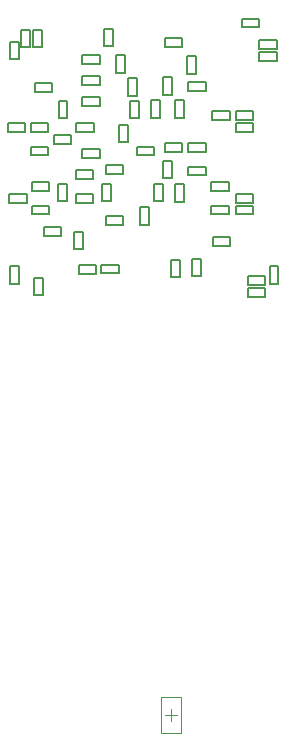
<source format=gbr>
%TF.GenerationSoftware,Altium Limited,Altium Designer,21.5.1 (32)*%
G04 Layer_Color=16711935*
%FSLAX45Y45*%
%MOMM*%
%TF.SameCoordinates,1C786601-62C9-430B-884C-CD9D5B78F05E*%
%TF.FilePolarity,Positive*%
%TF.FileFunction,Other,Bottom_Courtyard*%
%TF.Part,Single*%
G01*
G75*
%TA.AperFunction,NonConductor*%
%ADD75C,0.20000*%
%ADD151C,0.05000*%
D75*
X6077060Y6789668D02*
X6224309D01*
Y6864669D01*
X6077060D02*
X6224309D01*
X6077060Y6789668D02*
Y6864669D01*
X4973777Y8044925D02*
X5121026D01*
X4973777Y7969924D02*
Y8044925D01*
Y7969924D02*
X5121026D01*
Y8044925D01*
X4973777Y8225351D02*
X5121026D01*
X4973777Y8150350D02*
Y8225351D01*
Y8150350D02*
X5121026D01*
Y8225351D01*
X4973777Y7609926D02*
X5121026D01*
X4973777Y7534925D02*
Y7609926D01*
Y7534925D02*
X5121026D01*
Y7609926D01*
X4920951Y7354499D02*
X5068200D01*
Y7429500D01*
X4920951D02*
X5068200D01*
X4920951Y7354499D02*
Y7429500D01*
Y7229500D02*
X5068200D01*
X4920951Y7154499D02*
Y7229500D01*
Y7154499D02*
X5068200D01*
Y7229500D01*
X4923702Y7829499D02*
X5070951D01*
X4923702Y7754498D02*
Y7829499D01*
Y7754498D02*
X5070951D01*
Y7829499D01*
X4973777Y8330777D02*
X5121026D01*
Y8405778D01*
X4973777D02*
X5121026D01*
X4973777Y8330777D02*
Y8405778D01*
X4845523Y7168388D02*
Y7315637D01*
X4770522D02*
X4845523D01*
X4770522Y7168388D02*
Y7315637D01*
Y7168388D02*
X4845523D01*
X4547850Y7329500D02*
X4695099D01*
X4547850Y7254499D02*
Y7329500D01*
Y7254499D02*
X4695099D01*
Y7329500D01*
X4547850Y7129501D02*
X4695099D01*
X4547850Y7054499D02*
Y7129501D01*
Y7054499D02*
X4695099D01*
Y7129501D01*
X4355181Y7229500D02*
X4502425D01*
X4355181Y7154499D02*
Y7229500D01*
Y7154499D02*
X4502425D01*
Y7229500D01*
X5673776Y8545344D02*
X5821025D01*
X5673776Y8470348D02*
Y8545344D01*
Y8470348D02*
X5821025D01*
Y8545344D01*
X5934847Y8247671D02*
Y8394920D01*
X5859851D02*
X5934847D01*
X5859851Y8247671D02*
Y8394920D01*
Y8247671D02*
X5934847D01*
X4907117Y6760766D02*
Y6908015D01*
Y6760766D02*
X4982118D01*
Y6908015D01*
X4907117D02*
X4982118D01*
X5798895Y6522448D02*
Y6669692D01*
X5723899D02*
X5798895D01*
X5723899Y6522448D02*
Y6669692D01*
Y6522448D02*
X5798895D01*
X5979324Y6530517D02*
Y6677765D01*
X5904328D02*
X5979324D01*
X5904328Y6530517D02*
Y6677765D01*
Y6530517D02*
X5979324D01*
X6325816Y8638122D02*
X6473065D01*
Y8713123D01*
X6325816D02*
X6473065D01*
X6325816Y8638122D02*
Y8713123D01*
X5821025Y7583714D02*
Y7658715D01*
X5673776Y7583714D02*
X5821025D01*
X5673776D02*
Y7658715D01*
X5821025D01*
X4359900Y6615623D02*
X4434901D01*
Y6468374D02*
Y6615623D01*
X4359900Y6468374D02*
X4434901D01*
X4359900D02*
Y6615623D01*
Y8368375D02*
X4434901D01*
X4359900D02*
Y8515624D01*
X4434901D01*
Y8368375D02*
Y8515624D01*
X4459900Y8615624D02*
X4534901D01*
Y8468375D02*
Y8615624D01*
X4459900Y8468375D02*
X4534901D01*
X4459900D02*
Y8615624D01*
X4567499Y6516126D02*
X4642500D01*
Y6368877D02*
Y6516126D01*
X4567499Y6368877D02*
X4642500D01*
X4567499D02*
Y6516126D01*
X4648624Y6874078D02*
Y6949079D01*
X4795868D01*
Y6874078D02*
Y6949079D01*
X4648624Y6874078D02*
X4795868D01*
X4573778Y8091048D02*
Y8166049D01*
X4721022D01*
Y8091048D02*
Y8166049D01*
X4573778Y8091048D02*
X4721022D01*
X4345685Y7754498D02*
Y7829499D01*
X4492929D01*
Y7754498D02*
Y7829499D01*
X4345685Y7754498D02*
X4492929D01*
X4559950Y8615675D02*
X4634951D01*
Y8468426D02*
Y8615675D01*
X4559950Y8468426D02*
X4634951D01*
X4559950D02*
Y8615675D01*
X5090497Y6554450D02*
Y6629451D01*
X4943248Y6554450D02*
X5090497D01*
X4943248D02*
Y6629451D01*
X5090497D01*
X4685603Y7754498D02*
Y7829499D01*
X4538354Y7754498D02*
X4685603D01*
X4538354D02*
Y7829499D01*
X4685603D01*
X5135922Y6554705D02*
Y6629707D01*
X5283171D01*
Y6554705D02*
Y6629707D01*
X5135922Y6554705D02*
X5283171D01*
X4731028Y7654498D02*
Y7729499D01*
X4878277D01*
Y7654498D02*
Y7729499D01*
X4731028Y7654498D02*
X4878277D01*
X4538354Y7554498D02*
Y7629500D01*
X4685603D01*
Y7554498D02*
Y7629500D01*
X4538354Y7554498D02*
X4685603D01*
X4773273Y7868376D02*
X4848275D01*
X4773273D02*
Y8015625D01*
X4848275D01*
Y7868376D02*
Y8015625D01*
X5259847Y8253725D02*
X5334848D01*
X5259847D02*
Y8400974D01*
X5334848D01*
Y8253725D02*
Y8400974D01*
X5159898Y8481206D02*
X5234899D01*
X5159898D02*
Y8628454D01*
X5234899D01*
Y8481206D02*
Y8628454D01*
X5359751Y8208300D02*
X5434752D01*
Y8061051D02*
Y8208300D01*
X5359751Y8061051D02*
X5434752D01*
X5359751D02*
Y8208300D01*
X5464476Y7115622D02*
X5539473D01*
Y6968378D02*
Y7115622D01*
X5464476Y6968378D02*
X5539473D01*
X5464476D02*
Y7115622D01*
X5659902Y7361047D02*
X5734898D01*
X5659902D02*
Y7508291D01*
X5734898D01*
Y7361047D02*
Y7508291D01*
X5584474Y7554498D02*
Y7629500D01*
X5437226Y7554498D02*
X5584474D01*
X5437226D02*
Y7629500D01*
X5584474D01*
X5286802Y7815626D02*
X5361798D01*
Y7668377D02*
Y7815626D01*
X5286802Y7668377D02*
X5361798D01*
X5286802D02*
Y7815626D01*
X5659902Y8067244D02*
X5734898D01*
X5659902D02*
Y8214493D01*
X5734898D01*
Y8067244D02*
Y8214493D01*
X5873775Y7385530D02*
Y7460531D01*
X6021024D01*
Y7385530D02*
Y7460531D01*
X5873775Y7385530D02*
X6021024D01*
X5873775Y7583714D02*
Y7658715D01*
X6021024D01*
Y7583714D02*
Y7658715D01*
X5873775Y7583714D02*
X6021024D01*
X5873775Y8097242D02*
Y8172243D01*
X6021024D01*
Y8097242D02*
Y8172243D01*
X5873775Y8097242D02*
X6021024D01*
X6073775Y7854447D02*
Y7929448D01*
X6221024D01*
Y7854447D02*
Y7929448D01*
X6073775Y7854447D02*
X6221024D01*
X6421023Y7154565D02*
Y7229566D01*
X6273775Y7154565D02*
X6421023D01*
X6273775D02*
Y7229566D01*
X6421023D01*
Y7854498D02*
Y7929499D01*
X6273775Y7854498D02*
X6421023D01*
X6273775D02*
Y7929499D01*
X6421023D01*
Y7754498D02*
Y7829499D01*
X6273775Y7754498D02*
X6421023D01*
X6273775D02*
Y7829499D01*
X6421023D01*
X6373774Y6354501D02*
Y6429502D01*
X6521023D01*
Y6354501D02*
Y6429502D01*
X6373774Y6354501D02*
X6521023D01*
X6621023Y8354502D02*
Y8429498D01*
X6473774Y8354502D02*
X6621023D01*
X6473774D02*
Y8429498D01*
X6621023D01*
X6473774Y8454502D02*
Y8529503D01*
X6621023D01*
Y8454502D02*
Y8529503D01*
X6473774Y8454502D02*
X6621023D01*
X5173777Y6965276D02*
Y7040277D01*
X5321026D01*
Y6965276D02*
Y7040277D01*
X5173777Y6965276D02*
X5321026D01*
X5173777Y7396122D02*
Y7471123D01*
X5321026D01*
Y7396122D02*
Y7471123D01*
X5173777Y7396122D02*
X5321026D01*
X6066450Y7054499D02*
Y7129501D01*
X6213699D01*
Y7054499D02*
Y7129501D01*
X6066450Y7054499D02*
X6213699D01*
X6066450Y7254499D02*
Y7329500D01*
X6213699D01*
Y7254499D02*
Y7329500D01*
X6066450Y7254499D02*
X6213699D01*
X6421023Y7054499D02*
Y7129501D01*
X6273775Y7054499D02*
X6421023D01*
X6273775D02*
Y7129501D01*
X6421023D01*
X6521023Y6454501D02*
Y6529502D01*
X6373774Y6454501D02*
X6521023D01*
X6373774D02*
Y6529502D01*
X6521023D01*
X5759902Y7310107D02*
X5834898D01*
Y7162864D02*
Y7310107D01*
X5759902Y7162864D02*
X5834898D01*
X5759902D02*
Y7310107D01*
X5143628Y7168378D02*
X5218624D01*
X5143628D02*
Y7315622D01*
X5218624D01*
Y7168378D02*
Y7315622D01*
X5579476D02*
X5654472D01*
Y7168378D02*
Y7315622D01*
X5579476Y7168378D02*
X5654472D01*
X5579476D02*
Y7315622D01*
X5559903Y8021819D02*
X5634899D01*
Y7874570D02*
Y8021819D01*
X5559903Y7874570D02*
X5634899D01*
X5559903D02*
Y8021819D01*
X5759902Y7874570D02*
X5834898D01*
X5759902D02*
Y8021819D01*
X5834898D01*
Y7874570D02*
Y8021819D01*
X5379476Y7868376D02*
X5454472D01*
X5379476D02*
Y8015625D01*
X5454472D01*
Y7868376D02*
Y8015625D01*
X6559901Y6615623D02*
X6634902D01*
Y6468374D02*
Y6615623D01*
X6559901Y6468374D02*
X6634902D01*
X6559901D02*
Y6615623D01*
D151*
X5643727Y2665910D02*
X5813724D01*
X5643727Y2965910D02*
X5813724D01*
Y2665910D02*
Y2965910D01*
X5643727Y2665910D02*
Y2965910D01*
X5728725Y2765910D02*
Y2865910D01*
X5678728Y2815908D02*
X5778728D01*
%TF.MD5,1e21650b60db27ac1dcd979fcca7fef4*%
M02*

</source>
